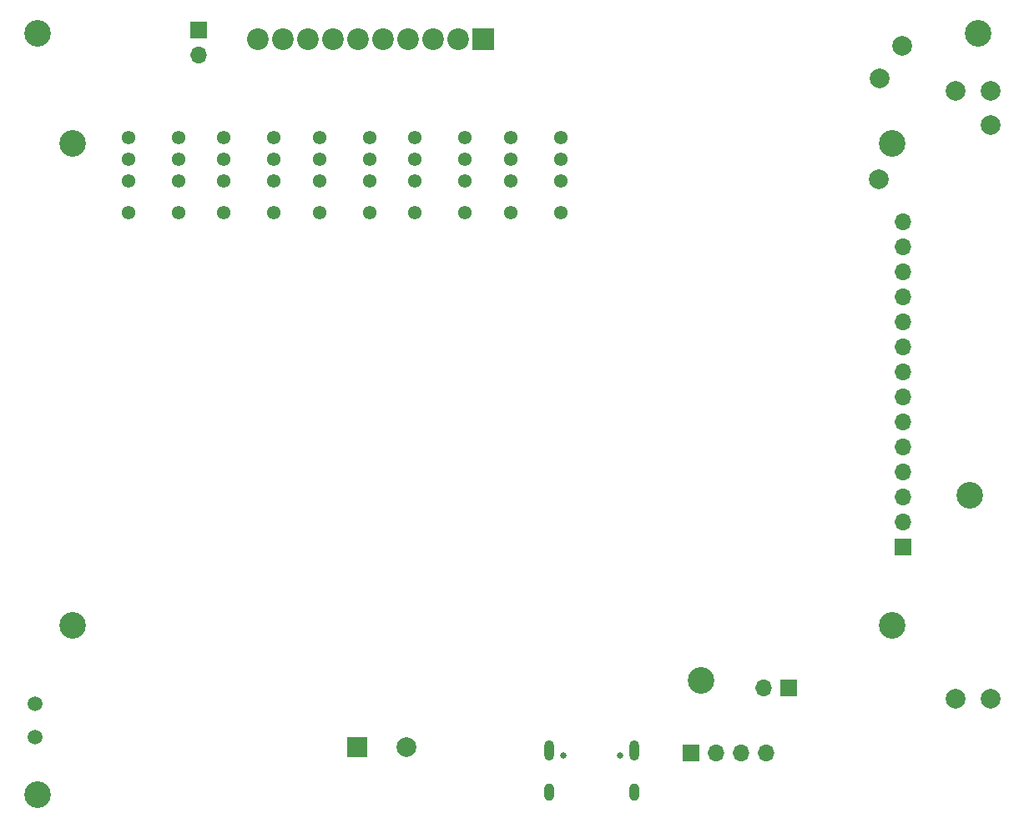
<source format=gbr>
%TF.GenerationSoftware,KiCad,Pcbnew,6.0.11+dfsg-1~bpo11+1*%
%TF.CreationDate,2024-01-26T07:42:42-05:00*%
%TF.ProjectId,Thermostat,54686572-6d6f-4737-9461-742e6b696361,V0.5.2*%
%TF.SameCoordinates,Original*%
%TF.FileFunction,Soldermask,Bot*%
%TF.FilePolarity,Negative*%
%FSLAX46Y46*%
G04 Gerber Fmt 4.6, Leading zero omitted, Abs format (unit mm)*
G04 Created by KiCad (PCBNEW 6.0.11+dfsg-1~bpo11+1) date 2024-01-26 07:42:42*
%MOMM*%
%LPD*%
G01*
G04 APERTURE LIST*
%ADD10C,1.381000*%
%ADD11C,1.500000*%
%ADD12C,2.700000*%
%ADD13C,2.000000*%
%ADD14R,1.700000X1.700000*%
%ADD15O,1.700000X1.700000*%
%ADD16C,0.650000*%
%ADD17O,1.000000X2.100000*%
%ADD18O,1.000000X1.800000*%
%ADD19R,2.000000X2.000000*%
%ADD20R,2.200000X2.200000*%
%ADD21C,2.200000*%
G04 APERTURE END LIST*
D10*
%TO.C,K1*%
X128015000Y-87170000D03*
X128015000Y-83970000D03*
X128015000Y-81770000D03*
X128015000Y-79570000D03*
X122935000Y-79570000D03*
X122935000Y-81770000D03*
X122935000Y-83970000D03*
X122935000Y-87170000D03*
%TD*%
D11*
%TO.C,R12*%
X113440000Y-137010000D03*
X113440000Y-140410000D03*
%TD*%
D12*
%TO.C,H3*%
X181040000Y-134700000D03*
%TD*%
D13*
%TO.C,TP2*%
X210390000Y-136490000D03*
%TD*%
D14*
%TO.C,J2*%
X130040000Y-68660000D03*
D15*
X130040000Y-71200000D03*
%TD*%
D13*
%TO.C,TP3*%
X206870000Y-74770000D03*
%TD*%
%TO.C,TP5*%
X210390000Y-74770000D03*
%TD*%
D10*
%TO.C,K4*%
X157110000Y-87170000D03*
X157110000Y-83970000D03*
X157110000Y-81770000D03*
X157110000Y-79570000D03*
X152030000Y-79570000D03*
X152030000Y-81770000D03*
X152030000Y-83970000D03*
X152030000Y-87170000D03*
%TD*%
D16*
%TO.C,J1*%
X167080000Y-142320000D03*
X172860000Y-142320000D03*
D17*
X174290000Y-141800000D03*
D18*
X165650000Y-146000000D03*
D17*
X165650000Y-141800000D03*
D18*
X174290000Y-146000000D03*
%TD*%
D12*
%TO.C,H2*%
X209120000Y-68950000D03*
%TD*%
D19*
%TO.C,BZ1*%
X146120000Y-141410000D03*
D13*
X151120000Y-141410000D03*
%TD*%
D12*
%TO.C,H5*%
X117290000Y-80140000D03*
%TD*%
D10*
%TO.C,K5*%
X166790000Y-87170000D03*
X166790000Y-83970000D03*
X166790000Y-81770000D03*
X166790000Y-79570000D03*
X161710000Y-79570000D03*
X161710000Y-81770000D03*
X161710000Y-83970000D03*
X161710000Y-87170000D03*
%TD*%
D13*
%TO.C,TP4*%
X201450000Y-70260000D03*
%TD*%
%TO.C,TP4*%
X199060000Y-83750000D03*
%TD*%
%TO.C,TP4*%
X210390000Y-78260000D03*
%TD*%
%TO.C,TP1*%
X206830000Y-136570000D03*
%TD*%
D12*
%TO.C,H4*%
X113750000Y-146300000D03*
%TD*%
D13*
%TO.C,TP4*%
X199170000Y-73540000D03*
%TD*%
D12*
%TO.C,H9*%
X208310000Y-115860000D03*
%TD*%
%TO.C,H1*%
X113750000Y-68950000D03*
%TD*%
D10*
%TO.C,K3*%
X147400000Y-87170000D03*
X147400000Y-83970000D03*
X147400000Y-81770000D03*
X147400000Y-79570000D03*
X142320000Y-79570000D03*
X142320000Y-81770000D03*
X142320000Y-83970000D03*
X142320000Y-87170000D03*
%TD*%
D12*
%TO.C,H6*%
X200400000Y-80140000D03*
%TD*%
D14*
%TO.C,J6*%
X179990000Y-142010000D03*
D15*
X182530000Y-142010000D03*
X185070000Y-142010000D03*
X187610000Y-142010000D03*
%TD*%
D14*
%TO.C,J5*%
X189960000Y-135440000D03*
D15*
X187420000Y-135440000D03*
%TD*%
D10*
%TO.C,K2*%
X137700000Y-87170000D03*
X137700000Y-83970000D03*
X137700000Y-81770000D03*
X137700000Y-79570000D03*
X132620000Y-79570000D03*
X132620000Y-81770000D03*
X132620000Y-83970000D03*
X132620000Y-87170000D03*
%TD*%
D12*
%TO.C,H8*%
X117290000Y-129040000D03*
%TD*%
D14*
%TO.C,J7*%
X201505000Y-121120000D03*
D15*
X201505000Y-118580000D03*
X201505000Y-116040000D03*
X201505000Y-113500000D03*
X201505000Y-110960000D03*
X201505000Y-108420000D03*
X201505000Y-105880000D03*
X201505000Y-103340000D03*
X201505000Y-100800000D03*
X201505000Y-98260000D03*
X201505000Y-95720000D03*
X201505000Y-93180000D03*
X201505000Y-90640000D03*
X201505000Y-88100000D03*
%TD*%
D20*
%TO.C,J3*%
X158940000Y-69550000D03*
D21*
X156400000Y-69550000D03*
X153860000Y-69550000D03*
X151320000Y-69550000D03*
X148780000Y-69550000D03*
X146240000Y-69550000D03*
X143700000Y-69550000D03*
X141160000Y-69550000D03*
X138620000Y-69550000D03*
X136080000Y-69550000D03*
%TD*%
D12*
%TO.C,H7*%
X200400000Y-129040000D03*
%TD*%
M02*

</source>
